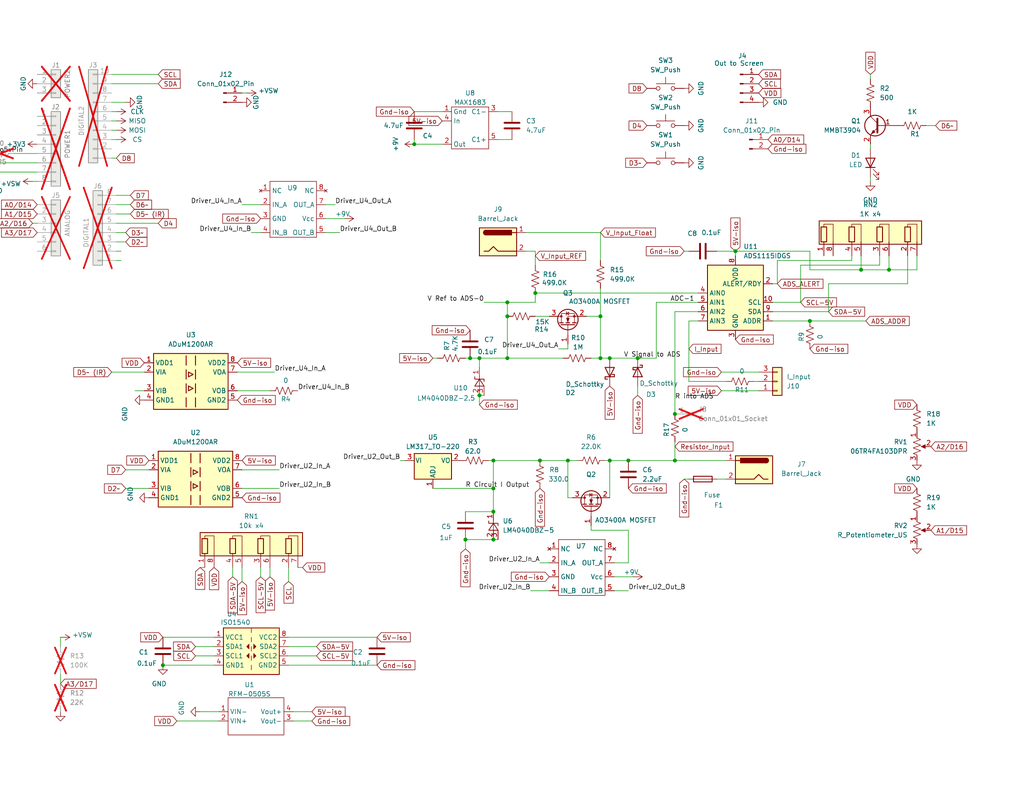
<source format=kicad_sch>
(kicad_sch (version 20250114) (generator "eeschema") (generator_version "9.0")
  (paper "USLetter")
  (title_block (title "Arduino Uno DMM Shield") (date "2025-02-22") (rev "1A") (company "Nick Mann"))
  (junction (at 163.83 97.79))
  (junction (at 127 147.32))
  (junction (at 130.81 107.95))
  (junction (at 173.99 97.79))
  (junction (at 147.32 125.73))
  (junction (at 134.62 139.7))
  (junction (at 130.81 97.79))
  (junction (at 134.62 147.32))
  (junction (at 134.62 133.35))
  (junction (at 220.98 87.63))
  (junction (at 184.15 125.73))
  (junction (at 242.57 73.66))
  (junction (at -1.27 46.99))
  (junction (at 234.95 73.66))
  (junction (at 128.27 97.79))
  (junction (at 154.94 125.73))
  (junction (at 138.43 86.36))
  (junction (at 134.62 125.73))
  (junction (at 200.66 68.58))
  (junction (at 44.45 181.61))
  (junction (at 138.43 82.55))
  (junction (at 163.83 86.36))
  (junction (at 166.37 125.73))
  (junction (at 171.45 125.73))
  (junction (at 184.15 113.03))
  (junction (at 166.37 97.79))
  (junction (at 113.03 39.37))
  (junction (at 138.43 97.79))
  (junction (at 146.05 80.01))
  (wire (pts (xy 210.82 85.09) (xy 226.06 85.09)))
  (wire (pts (xy 53.34 179.07) (xy 58.42 179.07)))
  (wire (pts (xy 81.28 154.94) (xy 82.55 154.94)))
  (wire (pts (xy 237.49 48.26) (xy 237.49 49.53)))
  (wire (pts (xy 237.49 20.32) (xy 237.49 21.59)))
  (wire (pts (xy 78.74 181.61) (xy 102.87 181.61)))
  (wire (pts (xy 44.45 181.61) (xy 58.42 181.61)))
  (wire (pts (xy 163.83 63.5) (xy 143.51 63.5)))
  (wire (pts (xy 30.48 27.94) (xy 34.29 27.94)))
  (wire (pts (xy 3.81 41.91) (xy 10.16 41.91)))
  (wire (pts (xy 220.98 68.58) (xy 220.98 73.66)))
  (wire (pts (xy 34.29 133.35) (xy 40.64 133.35)))
  (wire (pts (xy 16.51 173.99) (xy 16.51 176.53)))
  (wire (pts (xy 92.71 63.5) (xy 88.9 63.5)))
  (wire (pts (xy 146.05 68.58) (xy 143.51 68.58)))
  (wire (pts (xy 237.49 40.64) (xy 237.49 39.37)))
  (wire (pts (xy 31.75 63.5) (xy 34.29 63.5)))
  (wire (pts (xy 63.5 157.48) (xy 63.5 154.94)))
  (wire (pts (xy 73.66 154.94) (xy 73.66 157.48)))
  (wire (pts (xy 226.06 77.47) (xy 247.65 77.47)))
  (wire (pts (xy -6.35 41.91) (xy -3.81 41.91)))
  (wire (pts (xy 171.45 125.73) (xy 184.15 125.73)))
  (wire (pts (xy 10.16 44.45) (xy -1.27 44.45)))
  (wire (pts (xy 138.43 86.36) (xy 138.43 97.79)))
  (wire (pts (xy 30.48 30.48) (xy 31.75 30.48)))
  (wire (pts (xy 73.66 106.68) (xy 64.77 106.68)))
  (wire (pts (xy 127 97.79) (xy 128.27 97.79)))
  (wire (pts (xy 130.81 107.95) (xy 132.08 107.95)))
  (wire (pts (xy 161.29 144.78) (xy 161.29 143.51)))
  (wire (pts (xy 198.12 104.14) (xy 187.96 104.14)))
  (wire (pts (xy 113.03 30.48) (xy 120.65 30.48)))
  (wire (pts (xy 30.48 38.1) (xy 31.75 38.1)))
  (wire (pts (xy 212.09 77.47) (xy 210.82 77.47)))
  (wire (pts (xy 118.11 133.35) (xy 134.62 133.35)))
  (wire (pts (xy 163.83 97.79) (xy 166.37 97.79)))
  (wire (pts (xy 240.03 69.85) (xy 240.03 72.39)))
  (wire (pts (xy 130.81 110.49) (xy 130.81 107.95)))
  (wire (pts (xy 161.29 97.79) (xy 163.83 97.79)))
  (wire (pts (xy 173.99 97.79) (xy 179.07 97.79)))
  (wire (pts (xy 68.58 63.5) (xy 71.12 63.5)))
  (wire (pts (xy 78.74 179.07) (xy 86.36 179.07)))
  (wire (pts (xy 8.89 60.96) (xy 10.16 60.96)))
  (wire (pts (xy 31.75 55.88) (xy 35.56 55.88)))
  (wire (pts (xy 54.61 194.31) (xy 59.69 194.31)))
  (wire (pts (xy 36.83 106.68) (xy 39.37 106.68)))
  (wire (pts (xy 198.12 130.81) (xy 195.58 130.81)))
  (wire (pts (xy 247.65 69.85) (xy 247.65 77.47)))
  (wire (pts (xy 242.57 73.66) (xy 242.57 69.85)))
  (wire (pts (xy 30.48 101.6) (xy 39.37 101.6)))
  (wire (pts (xy 187.96 87.63) (xy 187.96 104.14)))
  (wire (pts (xy 184.15 85.09) (xy 190.5 85.09)))
  (wire (pts (xy 163.83 86.36) (xy 163.83 97.79)))
  (wire (pts (xy 134.62 133.35) (xy 134.62 139.7)))
  (wire (pts (xy 132.08 82.55) (xy 138.43 82.55)))
  (wire (pts (xy 80.01 194.31) (xy 85.09 194.31)))
  (wire (pts (xy 200.66 68.58) (xy 200.66 69.85)))
  (wire (pts (xy 138.43 97.79) (xy 153.67 97.79)))
  (wire (pts (xy 130.81 100.33) (xy 130.81 97.79)))
  (wire (pts (xy 31.75 68.58) (xy 33.02 68.58)))
  (wire (pts (xy 113.03 38.1) (xy 113.03 39.37)))
  (wire (pts (xy 138.43 82.55) (xy 138.43 86.36)))
  (wire (pts (xy 184.15 120.65) (xy 184.15 125.73)))
  (wire (pts (xy 144.78 161.29) (xy 149.86 161.29)))
  (wire (pts (xy 173.99 105.41) (xy 173.99 107.95)))
  (wire (pts (xy 109.22 125.73) (xy 110.49 125.73)))
  (wire (pts (xy 146.05 80.01) (xy 190.5 80.01)))
  (wire (pts (xy 250.19 69.85) (xy 250.19 73.66)))
  (wire (pts (xy 184.15 85.09) (xy 184.15 113.03)))
  (wire (pts (xy 200.66 68.58) (xy 195.58 68.58)))
  (wire (pts (xy 31.75 66.04) (xy 34.29 66.04)))
  (wire (pts (xy 78.74 173.99) (xy 102.87 173.99)))
  (wire (pts (xy 147.32 153.67) (xy 149.86 153.67)))
  (wire (pts (xy 88.9 55.88) (xy 91.44 55.88)))
  (wire (pts (xy 186.69 130.81) (xy 187.96 130.81)))
  (wire (pts (xy 242.57 73.66) (xy 250.19 73.66)))
  (wire (pts (xy 166.37 125.73) (xy 171.45 125.73)))
  (wire (pts (xy 154.94 125.73) (xy 154.94 135.89)))
  (wire (pts (xy 154.94 95.25) (xy 154.94 93.98)))
  (wire (pts (xy 8.89 49.53) (xy 10.16 49.53)))
  (wire (pts (xy 146.05 86.36) (xy 149.86 86.36)))
  (wire (pts (xy 135.89 30.48) (xy 139.7 30.48)))
  (wire (pts (xy 252.73 34.29) (xy 255.27 34.29)))
  (wire (pts (xy 113.03 39.37) (xy 120.65 39.37)))
  (wire (pts (xy 135.89 38.1) (xy 139.7 38.1)))
  (wire (pts (xy 127 139.7) (xy 134.62 139.7)))
  (wire (pts (xy 207.01 104.14) (xy 205.74 104.14)))
  (wire (pts (xy 78.74 154.94) (xy 78.74 158.75)))
  (wire (pts (xy 30.48 22.86) (xy 43.18 22.86)))
  (wire (pts (xy 119.38 97.79) (xy 118.11 97.79)))
  (wire (pts (xy 187.96 68.58) (xy 186.69 68.58)))
  (wire (pts (xy 31.75 60.96) (xy 43.18 60.96)))
  (wire (pts (xy 16.51 184.15) (xy 16.51 186.69)))
  (wire (pts (xy 187.96 87.63) (xy 190.5 87.63)))
  (wire (pts (xy 130.81 97.79) (xy 128.27 97.79)))
  (wire (pts (xy 154.94 125.73) (xy 147.32 125.73)))
  (wire (pts (xy 31.75 58.42) (xy 35.56 58.42)))
  (wire (pts (xy 80.01 196.85) (xy 85.09 196.85)))
  (wire (pts (xy 212.09 71.12) (xy 232.41 71.12)))
  (wire (pts (xy 31.75 71.12) (xy 33.02 71.12)))
  (wire (pts (xy 154.94 125.73) (xy 157.48 125.73)))
  (wire (pts (xy 207.01 106.68) (xy 196.85 106.68)))
  (wire (pts (xy 179.07 82.55) (xy 179.07 97.79)))
  (wire (pts (xy 66.04 25.4) (xy 67.31 25.4)))
  (wire (pts (xy -1.27 46.99) (xy -1.27 48.26)))
  (wire (pts (xy 66.04 55.88) (xy 71.12 55.88)))
  (wire (pts (xy 134.62 125.73) (xy 147.32 125.73)))
  (wire (pts (xy 66.04 154.94) (xy 66.04 158.75)))
  (wire (pts (xy 30.48 33.02) (xy 31.75 33.02)))
  (wire (pts (xy 138.43 82.55) (xy 146.05 82.55)))
  (wire (pts (xy 218.44 72.39) (xy 240.03 72.39)))
  (wire (pts (xy 76.2 128.27) (xy 66.04 128.27)))
  (wire (pts (xy 163.83 63.5) (xy 163.83 71.12)))
  (wire (pts (xy 160.02 86.36) (xy 163.83 86.36)))
  (wire (pts (xy 210.82 87.63) (xy 220.98 87.63)))
  (wire (pts (xy 165.1 125.73) (xy 166.37 125.73)))
  (wire (pts (xy 146.05 80.01) (xy 146.05 82.55)))
  (wire (pts (xy 220.98 73.66) (xy 234.95 73.66)))
  (wire (pts (xy 226.06 77.47) (xy 226.06 85.09)))
  (wire (pts (xy 220.98 87.63) (xy 236.22 87.63)))
  (wire (pts (xy 161.29 144.78) (xy 171.45 144.78)))
  (wire (pts (xy 71.12 157.48) (xy 71.12 154.94)))
  (wire (pts (xy 48.26 196.85) (xy 59.69 196.85)))
  (wire (pts (xy 207.01 101.6) (xy 196.85 101.6)))
  (wire (pts (xy 127 147.32) (xy 134.62 147.32)))
  (wire (pts (xy 54.61 154.94) (xy 55.88 154.94)))
  (wire (pts (xy 212.09 71.12) (xy 212.09 77.47)))
  (wire (pts (xy 234.95 69.85) (xy 234.95 73.66)))
  (wire (pts (xy 171.45 144.78) (xy 171.45 153.67)))
  (wire (pts (xy 34.29 128.27) (xy 40.64 128.27)))
  (wire (pts (xy 154.94 135.89) (xy 156.21 135.89)))
  (wire (pts (xy 44.45 173.99) (xy 58.42 173.99)))
  (wire (pts (xy 166.37 97.79) (xy 173.99 97.79)))
  (wire (pts (xy 166.37 125.73) (xy 166.37 135.89)))
  (wire (pts (xy 179.07 82.55) (xy 190.5 82.55)))
  (wire (pts (xy 146.05 68.58) (xy 146.05 72.39)))
  (wire (pts (xy 30.48 20.32) (xy 43.18 20.32)))
  (wire (pts (xy 74.93 101.6) (xy 64.77 101.6)))
  (wire (pts (xy 134.62 133.35) (xy 134.62 125.73)))
  (wire (pts (xy 171.45 161.29) (xy 167.64 161.29)))
  (wire (pts (xy 172.72 157.48) (xy 167.64 157.48)))
  (wire (pts (xy 171.45 153.67) (xy 167.64 153.67)))
  (wire (pts (xy 200.66 68.58) (xy 220.98 68.58)))
  (wire (pts (xy 31.75 53.34) (xy 35.56 53.34)))
  (wire (pts (xy 218.44 72.39) (xy 218.44 82.55)))
  (wire (pts (xy 30.48 43.18) (xy 31.75 43.18)))
  (wire (pts (xy -1.27 44.45) (xy -1.27 46.99)))
  (wire (pts (xy 232.41 71.12) (xy 232.41 69.85)))
  (wire (pts (xy 53.34 176.53) (xy 58.42 176.53)))
  (wire (pts (xy 30.48 35.56) (xy 31.75 35.56)))
  (wire (pts (xy 163.83 78.74) (xy 163.83 86.36)))
  (wire (pts (xy 184.15 125.73) (xy 198.12 125.73)))
  (wire (pts (xy 130.81 97.79) (xy 138.43 97.79)))
  (wire (pts (xy 76.2 133.35) (xy 66.04 133.35)))
  (wire (pts (xy 93.98 59.69) (xy 88.9 59.69)))
  (wire (pts (xy 134.62 147.32) (xy 135.89 147.32)))
  (wire (pts (xy -1.27 46.99) (xy 10.16 46.99)))
  (wire (pts (xy 210.82 82.55) (xy 218.44 82.55)))
  (wire (pts (xy 127 149.86) (xy 127 147.32)))
  (wire (pts (xy 234.95 73.66) (xy 242.57 73.66)))
  (wire (pts (xy 78.74 176.53) (xy 86.36 176.53)))
  (wire (pts (xy 152.4 95.25) (xy 154.94 95.25)))
  (wire (pts (xy 134.62 125.73) (xy 133.35 125.73)))
  (label "R Circuit I Output" (at 127 133.35 0))
  (label "Driver_U4_Out_A" (at 91.44 55.88 0))
  (label "Driver_U2_Out_B" (at 109.22 125.73 180))
  (label "Driver_U2_In_A" (at 147.32 153.67 180))
  (label "V Ref to ADS-0" (at 132.08 82.55 180))
  (label "Driver_U4_In_B" (at 81.28 106.68 0))
  (label "Driver_U4_Out_B" (at 92.71 63.5 0))
  (label "V Signal to ADS" (at 170.18 97.79 0))
  (label "R into ADS" (at 184.15 109.22 0))
  (label "Driver_U2_Out_B" (at 171.45 161.29 0))
  (label "Driver_U4_In_A" (at 66.04 55.88 180))
  (label "Driver_U2_In_B" (at 144.78 161.29 180))
  (label "ADC-1" (at 182.88 82.55 0))
  (label "Driver_U4_In_A" (at 74.93 101.6 0))
  (label "Driver_U4_In_B" (at 68.58 63.5 180))
  (label "Driver_U2_In_B" (at 76.2 133.35 0))
  (label "Driver_U4_Out_A" (at 152.4 95.25 180))
  (label "Uno5vPin" (at 6.35 41.91 180))
  (label "Driver_U2_In_A" (at 76.2 128.27 0))
  (global_label "5V-iso" (shape input) (at 166.37 105.41 270) (property "Intersheetrefs" "${INTERSHEET_REFS}" (effects (hide yes))))
  (global_label "SDA-5V" (shape input) (at 63.5 157.48 270) (property "Intersheetrefs" "${INTERSHEET_REFS}" (effects (hide yes))))
  (global_label "I_Input" (shape input) (at 187.96 95.25 0) (property "Intersheetrefs" "${INTERSHEET_REFS}" (effects (hide yes))))
  (global_label "Gnd-iso" (shape input) (at 186.69 68.58 180) (property "Intersheetrefs" "${INTERSHEET_REFS}" (effects (hide yes))))
  (global_label "VDD" (shape input) (at 207.01 25.4 0) (property "Intersheetrefs" "${INTERSHEET_REFS}" (effects (hide yes))))
  (global_label "5V-iso" (shape input) (at 66.04 158.75 270) (property "Intersheetrefs" "${INTERSHEET_REFS}" (effects (hide yes))))
  (global_label "Gnd-iso" (shape input) (at 149.86 157.48 180) (property "Intersheetrefs" "${INTERSHEET_REFS}" (effects (hide yes))))
  (global_label "D8" (shape input) (at 31.75 43.18 0) (property "Intersheetrefs" "${INTERSHEET_REFS}" (effects (hide yes))))
  (global_label "ADS_ALERT" (shape input) (at 212.09 77.47 0) (property "Intersheetrefs" "${INTERSHEET_REFS}" (effects (hide yes))))
  (global_label "Gnd-iso" (shape input) (at 171.45 133.35 0) (property "Intersheetrefs" "${INTERSHEET_REFS}" (effects (hide yes))))
  (global_label "Gnd-iso" (shape input) (at 220.98 95.25 0) (property "Intersheetrefs" "${INTERSHEET_REFS}" (effects (hide yes))))
  (global_label "VDD" (shape input) (at 250.19 133.35 180) (property "Intersheetrefs" "${INTERSHEET_REFS}" (effects (hide yes))))
  (global_label "D6~" (shape input) (at 35.56 55.88 0) (property "Intersheetrefs" "${INTERSHEET_REFS}" (effects (hide yes))))
  (global_label "D3~" (shape input) (at 34.29 63.5 0) (property "Intersheetrefs" "${INTERSHEET_REFS}" (effects (hide yes))))
  (global_label "VDD" (shape input) (at 58.42 154.94 270) (property "Intersheetrefs" "${INTERSHEET_REFS}" (effects (hide yes))))
  (global_label "A1{slash}D15" (shape input) (at 10.16 58.42 180) (property "Intersheetrefs" "${INTERSHEET_REFS}" (effects (hide yes))))
  (global_label "SCL" (shape input) (at 207.01 22.86 0) (property "Intersheetrefs" "${INTERSHEET_REFS}" (effects (hide yes))))
  (global_label "A2{slash}D16" (shape input) (at 8.89 60.96 180) (property "Intersheetrefs" "${INTERSHEET_REFS}" (effects (hide yes))))
  (global_label "A0{slash}D14" (shape input) (at 10.16 55.88 180) (property "Intersheetrefs" "${INTERSHEET_REFS}" (effects (hide yes))))
  (global_label "Gnd-iso" (shape input) (at 102.87 181.61 0) (property "Intersheetrefs" "${INTERSHEET_REFS}" (effects (hide yes))))
  (global_label "SCL" (shape input) (at 43.18 20.32 0) (property "Intersheetrefs" "${INTERSHEET_REFS}" (effects (hide yes))))
  (global_label "Gnd-iso" (shape input) (at 71.12 59.69 180) (property "Intersheetrefs" "${INTERSHEET_REFS}" (effects (hide yes))))
  (global_label "D6~" (shape input) (at 255.27 34.29 0) (property "Intersheetrefs" "${INTERSHEET_REFS}" (effects (hide yes))))
  (global_label "VDD" (shape input) (at 39.37 99.06 180) (property "Intersheetrefs" "${INTERSHEET_REFS}" (effects (hide yes))))
  (global_label "VDD" (shape input) (at 40.64 125.73 180) (property "Intersheetrefs" "${INTERSHEET_REFS}" (effects (hide yes))))
  (global_label "A3{slash}D17" (shape input) (at 10.16 63.5 180) (property "Intersheetrefs" "${INTERSHEET_REFS}" (effects (hide yes))))
  (global_label "SCL" (shape input) (at 53.34 179.07 180) (property "Intersheetrefs" "${INTERSHEET_REFS}" (effects (hide yes))))
  (global_label "5V-iso" (shape input) (at 200.66 68.58 90) (property "Intersheetrefs" "${INTERSHEET_REFS}" (effects (hide yes))))
  (global_label "SCL" (shape input) (at 78.74 158.75 270) (property "Intersheetrefs" "${INTERSHEET_REFS}" (effects (hide yes))))
  (global_label "D7" (shape input) (at 35.56 53.34 0) (property "Intersheetrefs" "${INTERSHEET_REFS}" (effects (hide yes))))
  (global_label "Resistor_Input" (shape input) (at 184.15 121.92 0) (property "Intersheetrefs" "${INTERSHEET_REFS}" (effects (hide yes))))
  (global_label "V_Input_Float" (shape input) (at 163.83 63.5 0) (property "Intersheetrefs" "${INTERSHEET_REFS}" (effects (hide yes))))
  (global_label "Gnd-iso" (shape input) (at 113.03 30.48 180) (property "Intersheetrefs" "${INTERSHEET_REFS}" (effects (hide yes))))
  (global_label "SDA" (shape input) (at 207.01 20.32 0) (property "Intersheetrefs" "${INTERSHEET_REFS}" (effects (hide yes))))
  (global_label "5V-iso" (shape input) (at 102.87 173.99 0) (property "Intersheetrefs" "${INTERSHEET_REFS}" (effects (hide yes))))
  (global_label "A3{slash}D17" (shape input) (at 16.51 186.69 0) (property "Intersheetrefs" "${INTERSHEET_REFS}" (effects (hide yes))))
  (global_label "D2~" (shape input) (at 34.29 66.04 0) (property "Intersheetrefs" "${INTERSHEET_REFS}" (effects (hide yes))))
  (global_label "D5~ (IR)" (shape input) (at 35.56 58.42 0) (property "Intersheetrefs" "${INTERSHEET_REFS}" (effects (hide yes))))
  (global_label "D3~" (shape input) (at 176.53 44.45 180) (property "Intersheetrefs" "${INTERSHEET_REFS}" (effects (hide yes))))
  (global_label "D4" (shape input) (at 43.18 60.96 0) (property "Intersheetrefs" "${INTERSHEET_REFS}" (effects (hide yes))))
  (global_label "Gnd-iso" (shape input) (at 85.09 196.85 0) (property "Intersheetrefs" "${INTERSHEET_REFS}" (effects (hide yes))))
  (global_label "VDD" (shape input) (at 237.49 20.32 90) (property "Intersheetrefs" "${INTERSHEET_REFS}" (effects (hide yes))))
  (global_label "Gnd-iso" (shape input) (at 173.99 107.95 270) (property "Intersheetrefs" "${INTERSHEET_REFS}" (effects (hide yes))))
  (global_label "Gnd-iso" (shape input) (at 130.81 110.49 0) (property "Intersheetrefs" "${INTERSHEET_REFS}" (effects (hide yes))))
  (global_label "SDA-5V" (shape input) (at 86.36 176.53 0) (property "Intersheetrefs" "${INTERSHEET_REFS}" (effects (hide yes))))
  (global_label "D7" (shape input) (at 34.29 128.27 180) (property "Intersheetrefs" "${INTERSHEET_REFS}" (effects (hide yes))))
  (global_label "5V-iso" (shape input) (at 196.85 106.68 180) (property "Intersheetrefs" "${INTERSHEET_REFS}" (effects (hide yes))))
  (global_label "A2{slash}D16" (shape input) (at 254 121.92 0) (property "Intersheetrefs" "${INTERSHEET_REFS}" (effects (hide yes))))
  (global_label "D5~ (IR)" (shape input) (at 30.48 101.6 180) (property "Intersheetrefs" "${INTERSHEET_REFS}" (effects (hide yes))))
  (global_label "V_Input_REF" (shape input) (at 146.05 69.85 0) (property "Intersheetrefs" "${INTERSHEET_REFS}" (effects (hide yes))))
  (global_label "Gnd-iso" (shape input) (at 64.77 109.22 0) (property "Intersheetrefs" "${INTERSHEET_REFS}" (effects (hide yes))))
  (global_label "VDD" (shape input) (at 44.45 173.99 180) (property "Intersheetrefs" "${INTERSHEET_REFS}" (effects (hide yes))))
  (global_label "ADS_ADDR" (shape input) (at 236.22 87.63 0) (property "Intersheetrefs" "${INTERSHEET_REFS}" (effects (hide yes))))
  (global_label "SDA" (shape input) (at 54.61 154.94 270) (property "Intersheetrefs" "${INTERSHEET_REFS}" (effects (hide yes))))
  (global_label "VDD" (shape input) (at 250.19 110.49 180) (property "Intersheetrefs" "${INTERSHEET_REFS}" (effects (hide yes))))
  (global_label "D8" (shape input) (at 176.53 24.13 180) (property "Intersheetrefs" "${INTERSHEET_REFS}" (effects (hide yes))))
  (global_label "VDD" (shape input) (at 48.26 196.85 180) (property "Intersheetrefs" "${INTERSHEET_REFS}" (effects (hide yes))))
  (global_label "5V-iso" (shape input) (at 118.11 97.79 180) (property "Intersheetrefs" "${INTERSHEET_REFS}" (effects (hide yes))))
  (global_label "Gnd-iso" (shape input) (at 128.27 90.17 180) (property "Intersheetrefs" "${INTERSHEET_REFS}" (effects (hide yes))))
  (global_label "A0{slash}D14" (shape input) (at 209.55 38.1 0) (property "Intersheetrefs" "${INTERSHEET_REFS}" (effects (hide yes))))
  (global_label "D4" (shape input) (at 176.53 34.29 180) (property "Intersheetrefs" "${INTERSHEET_REFS}" (effects (hide yes))))
  (global_label "5V-iso" (shape input) (at 66.04 125.73 0) (property "Intersheetrefs" "${INTERSHEET_REFS}" (effects (hide yes))))
  (global_label "SCL-5V" (shape input) (at 86.36 179.07 0) (property "Intersheetrefs" "${INTERSHEET_REFS}" (effects (hide yes))))
  (global_label "Gnd-iso" (shape input) (at 200.66 92.71 0) (property "Intersheetrefs" "${INTERSHEET_REFS}" (effects (hide yes))))
  (global_label "Gnd-iso" (shape input) (at 147.32 133.35 270) (property "Intersheetrefs" "${INTERSHEET_REFS}" (effects (hide yes))))
  (global_label "VDD" (shape input) (at 82.55 154.94 0) (property "Intersheetrefs" "${INTERSHEET_REFS}" (effects (hide yes))))
  (global_label "Gnd-iso" (shape input) (at 66.04 135.89 0) (property "Intersheetrefs" "${INTERSHEET_REFS}" (effects (hide yes))))
  (global_label "5V-iso" (shape input) (at 73.66 157.48 270) (property "Intersheetrefs" "${INTERSHEET_REFS}" (effects (hide yes))))
  (global_label "Gnd-iso" (shape input) (at 209.55 40.64 0) (property "Intersheetrefs" "${INTERSHEET_REFS}" (effects (hide yes))))
  (global_label "SDA" (shape input) (at 43.18 22.86 0) (property "Intersheetrefs" "${INTERSHEET_REFS}" (effects (hide yes))))
  (global_label "SCL-5V" (shape input) (at 71.12 157.48 270) (property "Intersheetrefs" "${INTERSHEET_REFS}" (effects (hide yes))))
  (global_label "Gnd-iso" (shape input) (at 196.85 101.6 180) (property "Intersheetrefs" "${INTERSHEET_REFS}" (effects (hide yes))))
  (global_label "5V-iso" (shape input) (at 120.65 33.02 180) (property "Intersheetrefs" "${INTERSHEET_REFS}" (effects (hide yes))))
  (global_label "D2~" (shape input) (at 34.29 133.35 180) (property "Intersheetrefs" "${INTERSHEET_REFS}" (effects (hide yes))))
  (global_label "SCL-5V" (shape input) (at 218.44 82.55 0) (property "Intersheetrefs" "${INTERSHEET_REFS}" (effects (hide yes))))
  (global_label "SDA" (shape input) (at 53.34 176.53 180) (property "Intersheetrefs" "${INTERSHEET_REFS}" (effects (hide yes))))
  (global_label "A1{slash}D15" (shape input) (at 254 144.78 0) (property "Intersheetrefs" "${INTERSHEET_REFS}" (effects (hide yes))))
  (global_label "Gnd-iso" (shape input) (at 186.69 130.81 270) (property "Intersheetrefs" "${INTERSHEET_REFS}" (effects (hide yes))))
  (global_label "5V-iso" (shape input) (at 85.09 194.31 0) (property "Intersheetrefs" "${INTERSHEET_REFS}" (effects (hide yes))))
  (global_label "SDA-5V" (shape input) (at 226.06 85.09 0) (property "Intersheetrefs" "${INTERSHEET_REFS}" (effects (hide yes))))
  (global_label "Gnd-iso" (shape input) (at 127 149.86 270) (property "Intersheetrefs" "${INTERSHEET_REFS}" (effects (hide yes))))
  (global_label "5V-iso" (shape input) (at 64.77 99.06 0) (property "Intersheetrefs" "${INTERSHEET_REFS}" (effects (hide yes))))
  (symbol (lib_id "Device:C") (at 113.03 34.29 0) (unit 1)
    (property "Reference" "C4" (at 115.316 37.084 0) (effects (justify left)))
    (property "Value" "4.7uF" (at 104.648 34.29 0) (effects (justify left)))
    (property "Footprint" "Capacitor_SMD:C_0805_2012Metric_Pad1.18x1.45mm_HandSolder" (effects (hide yes)))
    (property "Description" "Unpolarized capacitor" (effects (hide yes)))
    (property "Function" "Charge Pump" (effects (hide yes)))
  )
  (symbol (lib_id "CustomAdded:RFM_0505") (at 60.96 189.23 0) (unit 1)
    (property "Reference" "U1" (at 68.072 186.944 0))
    (property "Value" "RFM-0505S" (at 68.072 189.484 0))
    (property "Footprint" "Converter_DCDC:Converter_DCDC_TRACO_TEA1-xxxx_THT" (effects (hide yes)))
  )
  (symbol (lib_id "power:+9V") (at 113.03 39.37 90) (unit 1)
    (property "Reference" "#PWR018" (effects (hide yes)))
    (property "Value" "+9V" (at 107.95 39.37 0))
    (property "Description" "Power symbol creates a global label with name \"+9V\"" (effects (hide yes)))
  )
  (symbol (lib_id "Device:R_Potentiometer_US") (at 250.19 144.78 0) (unit 1)
    (property "Reference" "RV2" (at 247.65 143.5099 0) (effects (justify right)))
    (property "Value" "R_Potentiometer_US" (at 247.65 146.0499 0) (effects (justify right)))
    (property "Footprint" "Potentiometer_SMD:Potentiometer_ACP_CA6-VSMD_Vertical" (effects (hide yes)))
    (property "Description" "Potentiometer, US symbol" (effects (hide yes)))
  )
  (symbol (lib_id "Transistor_FET:DMG2302U") (at 154.94 88.9 90) (unit 1)
    (property "Reference" "Q3" (at 154.94 80.01 90))
    (property "Value" "AO3400A MOSFET" (at 163.576 82.296 90))
    (property "Footprint" "Package_TO_SOT_SMD:SOT-23" (effects (hide yes)))
    (property "Datasheet" "http://www.diodes.com/assets/Datasheets/DMG2302U.pdf" (effects (hide yes)))
    (property "Description" "4.2A Id, 20V Vds, N-Channel MOSFET, SOT-23" (effects (hide yes)))
    (property "Function" "R Circuit Range Switch" (effects (hide yes)))
  )
  (symbol (lib_id "Transistor_FET:DMG2302U") (at 161.29 138.43 90) (unit 1)
    (property "Reference" "Q2" (at 161.29 129.54 90))
    (property "Value" "AO3400A MOSFET" (at 170.688 141.986 90))
    (property "Footprint" "Package_TO_SOT_SMD:SOT-23" (effects (hide yes)))
    (property "Datasheet" "http://www.diodes.com/assets/Datasheets/DMG2302U.pdf" (effects (hide yes)))
    (property "Description" "4.2A Id, 20V Vds, N-Channel MOSFET, SOT-23" (effects (hide yes)))
    (property "Function" "R Circuit Range Switch" (effects (hide yes)))
  )
  (symbol (lib_id "Device:R_US") (at 250.19 114.3 180) (unit 1)
    (property "Reference" "R18" (at 252.73 113.0299 0) (effects (justify right)))
    (property "Value" "1K" (at 252.73 115.5699 0) (effects (justify right)))
    (property "Footprint" "Resistor_SMD:R_0805_2012Metric_Pad1.20x1.40mm_HandSolder" (effects (hide yes)))
    (property "Description" "Resistor, US symbol" (effects (hide yes)))
    (property "Function" "R Circuit Divider" (effects (hide yes)))
  )
  (symbol (lib_id "power:+3.3V") (at 10.16 39.37 90) (unit 1)
    (property "Reference" "#PWR05" (effects (hide yes)))
    (property "Value" "+3V3" (at 4.445 39.37 90))
  )
  (symbol (lib_id "Device:R_US") (at 0 41.91 90) (unit 1) (dnp yes)
    (property "Reference" "R5" (at 0.508 44.196 90))
    (property "Value" "0" (at 0.508 39.116 90))
    (property "Footprint" "Resistor_SMD:R_0805_2012Metric_Pad1.20x1.40mm_HandSolder" (effects (hide yes)))
    (property "Description" "Resistor, US symbol" (effects (hide yes)))
    (property "Function" "BJTCurrentLimit1" (effects (hide yes)))
  )
  (symbol (lib_id "Analog_ADC:ADS1115IDGS") (at 200.66 82.55 0) (unit 1)
    (property "Reference" "U11" (at 202.8541 67.31 0) (effects (justify left)))
    (property "Value" "ADS1115IDGS" (at 202.8541 69.85 0) (effects (justify left)))
    (property "Footprint" "Package_SO:TSSOP-10_3x3mm_P0.5mm" (effects (hide yes)))
    (property "Datasheet" "http://www.ti.com/lit/ds/symlink/ads1113.pdf" (effects (hide yes)))
    (property "Description" "Ultra-Small, Low-Power, I2C-Compatible, 860-SPS, 16-Bit ADCs With Internal Reference, Oscillator, and Programmable Comparator, VSSOP-10" (effects (hide yes)))
    (property "ValueTemp" "ADS1115IDGS" (effects (hide yes)))
  )
  (symbol (lib_id "Device:Fuse") (at 191.77 130.81 270) (mirror x) (unit 1)
    (property "Reference" "F1" (at 196.088 137.922 90))
    (property "Value" "Fuse" (at 194.31 135.128 90))
    (property "Footprint" "Fuse:Fuse_1206_3216Metric_Pad1.42x1.75mm_HandSolder" (effects (hide yes)))
    (property "Description" "Fuse" (effects (hide yes)))
    (property "Function" "Dead Short Protection" (effects (hide yes)))
  )
  (symbol (lib_id "Connector_Generic:Conn_01x10") (at 25.4 33.02 180) (unit 1) (dnp yes)
    (property "Reference" "J3" (at 25.4 17.78 0))
    (property "Value" "DIGITAL2" (at 22.225 33.02 90))
    (property "Footprint" "Connector_PinHeader_2.54mm:PinHeader_1x10_P2.54mm_Vertical" (effects (hide yes)))
    (property "ValueTemp" "DIGITAL2" (effects (hide yes)))
  )
  (symbol (lib_id "Reference_Voltage:LM4040DBZ-5") (at 134.62 143.51 90) (unit 1)
    (property "Reference" "U6" (at 137.16 142.2399 90) (effects (justify right)))
    (property "Value" "LM4040DBZ-5" (at 137.16 144.7799 90) (effects (justify right)))
    (property "Footprint" "Package_TO_SOT_SMD:SOT-23" (effects (hide yes)))
    (property "Datasheet" "http://www.ti.com/lit/ds/symlink/lm4040-n.pdf" (effects (hide yes)))
    (property "Description" "5.000V Precision Micropower Shunt Voltage Reference, SOT-23" (effects (hide yes)))
    (property "Function" "R Circuit Reference" (effects (hide yes)))
  )
  (symbol (lib_id "power:+3.3V") (at 31.75 35.56 270) (unit 1)
    (property "Reference" "#PWR010" (effects (hide yes)))
    (property "Value" "MOSI" (at 37.465 35.56 90))
  )
  (symbol (lib_id "power:GND") (at -1.27 48.26 0) (unit 1)
    (property "Reference" "#PWR02" (effects (hide yes)))
    (property "Value" "GND" (at -1.27 52.07 0))
  )
  (symbol (lib_id "power:+VSW") (at 8.89 49.53 90) (unit 1)
    (property "Reference" "#PWR03" (effects (hide yes)))
    (property "Value" "+VSW" (at 5.715 50.165 90) (effects (justify left)))
  )
  (symbol (lib_id "Device:R_US") (at 163.83 74.93 0) (unit 1)
    (property "Reference" "R15" (at 166.37 73.6599 0) (effects (justify left)))
    (property "Value" "499.0K" (at 166.37 76.1999 0) (effects (justify left)))
    (property "Footprint" "Resistor_SMD:R_0805_2012Metric_Pad1.20x1.40mm_HandSolder" (effects (hide yes)))
    (property "Description" "Resistor, US symbol" (effects (hide yes)))
    (property "ValueTemp" "75K" (effects (hide yes)))
    (property "Function" "V Signal Divider" (effects (hide yes)))
  )
  (symbol (lib_id "Device:R_US") (at 123.19 97.79 90) (unit 1)
    (property "Reference" "R7" (at 121.92 95.758 0) (effects (justify left)))
    (property "Value" "4.7K" (at 124.206 96.012 0) (effects (justify left)))
    (property "Footprint" "Resistor_SMD:R_0805_2012Metric_Pad1.20x1.40mm_HandSolder" (effects (hide yes)))
    (property "Description" "Resistor, US symbol" (effects (hide yes)))
    (property "ValueTemp" "5K" (effects (hide yes)))
    (property "Function" "Current Limit" (effects (hide yes)))
  )
  (symbol (lib_id "Connector:Conn_01x04_Pin") (at 201.93 22.86 0) (unit 1)
    (property "Reference" "J4" (at 202.565 15.24 0))
    (property "Value" "Out to Screen" (at 201.676 17.272 0))
    (property "Footprint" "Connector_PinSocket_2.54mm:PinSocket_1x04_P2.54mm_Vertical" (effects (hide yes)))
    (property "Description" "Generic connector, single row, 01x04, script generated" (effects (hide yes)))
    (property "ValueTemp" "Out to Screen" (effects (hide yes)))
  )
  (symbol (lib_id "Device:D_Schottky") (at 173.99 101.6 270) (unit 1)
    (property "Reference" "D3" (at 176.276 107.696 90) (effects (justify left)))
    (property "Value" "D_Schottky" (at 174.498 104.648 90) (effects (justify left)))
    (property "Footprint" "Diode_SMD:D_SOD-123" (effects (hide yes)))
    (property "Description" "Schottky diode" (effects (hide yes)))
    (property "Function" "Overvoltage Proection" (effects (hide yes)))
  )
  (symbol (lib_id "Switch:SW_Push") (at 181.61 44.45 0) (unit 1)
    (property "Reference" "SW1" (at 181.61 36.83 0))
    (property "Value" "SW_Push" (at 181.61 39.37 0))
    (property "Footprint" "Button_Switch_SMD:SW_SPST_CK_RS282G05A3" (effects (hide yes)))
    (property "Description" "Push button switch, generic, two pins" (effects (hide yes)))
    (property "ValueTemp" "SW_Push" (effects (hide yes)))
  )
  (symbol (lib_id "power:GND") (at 54.61 194.31 270) (unit 1)
    (property "Reference" "#PWR016" (effects (hide yes)))
    (property "Value" "GND" (at 49.53 193.294 0))
    (property "Description" "Power symbol creates a global label with name \"GND\" , ground" (effects (hide yes)))
  )
  (symbol (lib_id "power:GND") (at 186.69 44.45 90) (unit 1)
    (property "Reference" "#PWR022" (effects (hide yes)))
    (property "Value" "GND" (at 191.262 44.45 0))
    (property "Description" "Power symbol creates a global label with name \"GND\" , ground" (effects (hide yes)))
  )
  (symbol (lib_id "Connector_Generic:Conn_01x06") (at 15.24 60.96 0) (unit 1) (dnp yes)
    (property "Reference" "J5" (at 15.24 53.34 0))
    (property "Value" "ANALOG" (at 18.415 60.96 90))
    (property "Footprint" "Connector_PinHeader_2.54mm:PinHeader_1x06_P2.54mm_Vertical" (effects (hide yes)))
    (property "ValueTemp" "ANALOG" (effects (hide yes)))
  )
  (symbol (lib_id "Isolator:ADuM1200AR") (at 52.07 104.14 0) (unit 1)
    (property "Reference" "U3" (at 52.07 91.44 0))
    (property "Value" "ADuM1200AR" (at 52.07 93.98 0))
    (property "Footprint" "Package_SO:SOIC-8_3.9x4.9mm_P1.27mm" (effects (hide yes)))
    (property "Datasheet" "https://www.analog.com/media/en/technical-documentation/data-sheets/ADuM1200_1201.pdf" (effects (hide yes)))
    (property "Description" "Dual-channel digital isolator, Bidirectional communication, 3V/5V level translation, SOIC-8" (effects (hide yes)))
  )
  (symbol (lib_id "Device:R_Pack04_SIP") (at 237.49 64.77 0) (unit 1)
    (property "Reference" "RN2" (at 237.49 55.88 0))
    (property "Value" "1K x4" (at 237.49 58.42 0))
    (property "Footprint" "Library:RESCAXS127P508X320X70-8N" (effects (hide yes)))
    (property "Datasheet" "http://www.vishay.com/docs/31509/csc.pdf" (effects (hide yes)))
    (property "Description" "4 resistor network, parallel topology, SIP package" (effects (hide yes)))
  )
  (symbol (lib_id "MIC4801:MAX1683") (at 121.92 35.56 0) (unit 1)
    (property "Reference" "U8" (at 128.27 25.4 0))
    (property "Value" "MAX1683" (at 128.27 27.94 0))
    (property "Footprint" "Package_TO_SOT_SMD:SOT-23-5_HandSoldering" (effects (hide yes)))
    (property "Datasheet" "https://www.analog.com/media/en/technical-documentation/data-sheets/MAX1682-MAX1683.pdf" (effects (hide yes)))
    (property "Description" "IC REG CHARGE PUMP 2VIN SOT23-5" (effects (hide yes)))
    (property "Function" "Voltage Doubler" (effects (hide yes)))
  )
  (symbol (lib_id "power:+VSW") (at 16.51 173.99 270) (unit 1)
    (property "Reference" "#PWR06" (effects (hide yes)))
    (property "Value" "+VSW" (at 19.685 173.355 90) (effects (justify left)))
  )
  (symbol (lib_id "Device:R_US") (at 220.98 91.44 0) (unit 1)
    (property "Reference" "R9" (at 218.694 91.948 90))
    (property "Value" "0" (at 223.774 91.948 90))
    (property "Footprint" "Resistor_SMD:R_0805_2012Metric_Pad1.20x1.40mm_HandSolder" (effects (hide yes)))
    (property "Description" "Resistor, US symbol" (effects (hide yes)))
    (property "Function" "BJTCurrentLimit1" (effects (hide yes)))
  )
  (symbol (lib_id "power:GND") (at 207.01 27.94 90) (unit 1)
    (property "Reference" "#PWR023" (effects (hide yes)))
    (property "Value" "GND" (at 210.82 27.9399 90) (effects (justify right)))
    (property "Description" "Power symbol creates a global label with name \"GND\" , ground" (effects (hide yes)))
  )
  (symbol (lib_id "Connector:Barrel_Jack") (at 135.89 66.04 0) (unit 1)
    (property "Reference" "J9" (at 135.89 57.15 0))
    (property "Value" "Barrel_Jack" (at 135.89 59.69 0))
    (property "Footprint" "Connector_BarrelJack:BarrelJack_Horizontal" (effects (hide yes)))
    (property "Description" "DC Barrel Jack" (effects (hide yes)))
    (property "ValueTemp" "Barrel_Jack" (effects (hide yes)))
  )
  (symbol (lib_id "Connector_Generic:Conn_01x08") (at 15.24 39.37 0) (unit 1) (dnp yes)
    (property "Reference" "J2" (at 13.97 29.21 0) (effects (justify left)))
    (property "Value" "POWER1" (at 18.415 39.37 90))
    (property "Footprint" "Connector_PinHeader_2.54mm:PinHeader_1x08_P2.54mm_Vertical" (effects (hide yes)))
    (property "ValueTemp" "POWER1" (effects (hide yes)))
  )
  (symbol (lib_id "CustomLibrary:IX4426_") (at 152.4 146.05 0) (unit 1)
    (property "Reference" "U7" (at 158.496 149.098 0))
    (property "Value" "IX4426N" (effects (hide yes)))
    (property "Footprint" "Package_SO:SOIC-8_3.9x4.9mm_P1.27mm" (effects (hide yes)))
  )
  (symbol (lib_id "power:+5V") (at -6.35 41.91 90) (unit 1)
    (property "Reference" "#PWR01" (effects (hide yes)))
    (property "Value" "VDD" (at -11.43 41.91 90))
  )
  (symbol (lib_id "Isolator:ISO1540") (at 68.58 176.53 0) (unit 1)
    (property "Reference" "U4" (at 63.246 167.64 0))
    (property "Value" "ISO1540" (at 64.262 169.926 0))
    (property "Footprint" "Package_SO:SOIC-8_3.9x4.9mm_P1.27mm" (effects (hide yes)))
    (property "Datasheet" "http://www.ti.com/lit/ds/symlink/iso1541.pdf" (effects (hide yes)))
    (property "Description" "I2C Isolator, 2.5 kVrms, Bidirectional clock and data, SOIC-8" (effects (hide yes)))
  )
  (symbol (lib_id "Device:R_US") (at 147.32 129.54 180) (unit 1)
    (property "Reference" "R8" (at 149.86 128.2699 0) (effects (justify right)))
    (property "Value" "330.0" (at 149.606 130.81 0) (effects (justify right)))
    (property "Footprint" "Resistor_SMD:R_0805_2012Metric_Pad1.20x1.40mm_HandSolder" (effects (hide yes)))
    (property "Description" "Resistor, US symbol" (effects (hide yes)))
    (property "Function" "330 R Circuit I Bleeder" (effects (hide yes)))
  )
  (symbol (lib_id "Device:R_US") (at 250.19 137.16 180) (unit 1)
    (property "Reference" "R19" (at 252.73 135.8899 0) (effects (justify right)))
    (property "Value" "1K" (at 252.73 138.4299 0) (effects (justify right)))
    (property "Footprint" "Resistor_SMD:R_0805_2012Metric_Pad1.20x1.40mm_HandSolder" (effects (hide yes)))
    (property "Description" "Resistor, US symbol" (effects (hide yes)))
    (property "Function" "R Circuit Divider" (effects (hide yes)))
  )
  (symbol (lib_id "power:+3.3V") (at 31.75 30.48 270) (unit 1)
    (property "Reference" "#PWR08" (effects (hide yes)))
    (property "Value" "CLK" (at 37.465 30.48 90))
  )
  (symbol (lib_id "Device:R_US") (at 161.29 125.73 90) (unit 1)
    (property "Reference" "R6" (at 161.29 119.38 90))
    (property "Value" "22.0K" (at 161.29 121.92 90))
    (property "Footprint" "Resistor_SMD:R_0805_2012Metric_Pad1.20x1.40mm_HandSolder" (effects (hide yes)))
    (property "Description" "Resistor, US symbol" (effects (hide yes)))
    (property "Function" "R Circuit Divider" (effects (hide yes)))
  )
  (symbol (lib_id "Connector:Conn_01x02_Pin") (at 60.96 25.4 0) (unit 1)
    (property "Reference" "J12" (at 61.595 20.32 0))
    (property "Value" "Conn_01x02_Pin" (at 61.595 22.86 0))
    (property "Footprint" "Connector_PinSocket_2.54mm:PinSocket_1x02_P2.54mm_Vertical" (effects (hide yes)))
    (property "Description" "Generic connector, single row, 01x02, script generated" (effects (hide yes)))
  )
  (symbol (lib_id "power:GND") (at 10.16 22.86 270) (unit 1)
    (property "Reference" "#PWR04" (effects (hide yes)))
    (property "Value" "GND" (at 6.35 22.86 0))
  )
  (symbol (lib_id "power:GND") (at 186.69 34.29 90) (unit 1)
    (property "Reference" "#PWR021" (effects (hide yes)))
    (property "Value" "GND" (at 191.262 34.29 0))
    (property "Description" "Power symbol creates a global label with name \"GND\" , ground" (effects (hide yes)))
  )
  (symbol (lib_id "Connector:Barrel_Jack") (at 205.74 128.27 0) (mirror y) (unit 1)
    (property "Reference" "J7" (at 218.694 126.746 0))
    (property "Value" "Barrel_Jack" (at 218.694 129.286 0))
    (property "Footprint" "Connector_BarrelJack:BarrelJack_Horizontal" (effects (hide yes)))
    (property "Description" "DC Barrel Jack" (effects (hide yes)))
    (property "ValueTemp" "Barrel_Jack" (effects (hide yes)))
  )
  (symbol (lib_id "Reference_Voltage:LM4040DBZ-2.5") (at 130.81 104.14 90) (unit 1)
    (property "Reference" "U10" (at 123.698 105.918 90) (effects (justify right)))
    (property "Value" "LM4040DBZ-2.5" (at 113.792 108.712 90) (effects (justify right)))
    (property "Footprint" "Package_TO_SOT_SMD:SOT-23" (effects (hide yes)))
    (property "Datasheet" "http://www.ti.com/lit/ds/symlink/lm4040-n.pdf" (effects (hide yes)))
    (property "Description" "2.500V Precision Micropower Shunt Voltage Reference, SOT-23" (effects (hide yes)))
    (property "Function" "V Reference Control" (effects (hide yes)))
  )
  (symbol (lib_id "Device:C") (at 139.7 34.29 0) (unit 1)
    (property "Reference" "C3" (at 143.51 33.0199 0) (effects (justify left)))
    (property "Value" "4.7uF" (at 143.51 35.5599 0) (effects (justify left)))
    (property "Footprint" "Capacitor_SMD:C_0805_2012Metric_Pad1.18x1.45mm_HandSolder" (effects (hide yes)))
    (property "Description" "Unpolarized capacitor" (effects (hide yes)))
    (property "Function" "Charge Pump" (effects (hide yes)))
  )
  (symbol (lib_id "Device:R_US") (at 157.48 97.79 90) (unit 1)
    (property "Reference" "R10" (at 157.734 92.202 90))
    (property "Value" "1M" (at 157.734 94.742 90))
    (property "Footprint" "Resistor_SMD:R_0805_2012Metric_Pad1.20x1.40mm_HandSolder" (effects (hide yes)))
    (property "Description" "Resistor, US symbol" (effects (hide yes)))
    (property "Function" "V Bridge" (effects (hide yes)))
  )
  (symbol (lib_id "Transistor_BJT:MMBT3904") (at 240.03 34.29 0) (mirror y) (unit 1)
    (property "Reference" "Q1" (at 234.95 33.0199 0) (effects (justify left)))
    (property "Value" "MMBT3904" (at 234.95 35.5599 0) (effects (justify left)))
    (property "Footprint" "Package_TO_SOT_SMD:SOT-23" (effects (hide yes)))
    (property "Datasheet" "https://www.onsemi.com/pdf/datasheet/pzt3904-d.pdf" (effects (hide yes)))
    (property "Description" "0.2A Ic, 40V Vce, Small Signal NPN Transistor, SOT-23" (effects (hide yes)))
    (property "ValueTemp" "MMBT3904" (effects (hide yes)))
    (property "Function" "LED Control" (effects (hide yes)))
  )
  (symbol (lib_id "Isolator:ADuM1200AR") (at 53.34 130.81 0) (unit 1)
    (property "Reference" "U2" (at 53.34 118.11 0))
    (property "Value" "ADuM1200AR" (at 53.34 120.65 0))
    (property "Footprint" "Package_SO:SOIC-8_3.9x4.9mm_P1.27mm" (effects (hide yes)))
    (property "Datasheet" "https://www.analog.com/media/en/technical-documentation/data-sheets/ADuM1200_1201.pdf" (effects (hide yes)))
    (property "Description" "Dual-channel digital isolator, Bidirectional communication, 3V/5V level translation, SOIC-8" (effects (hide yes)))
  )
  (symbol (lib_id "Device:R_US") (at 129.54 125.73 90) (unit 1)
    (property "Reference" "R3" (at 129.032 120.65 90))
    (property "Value" "62.0" (at 129.032 123.19 90))
    (property "Footprint" "Resistor_SMD:R_0805_2012Metric_Pad1.20x1.40mm_HandSolder" (effects (hide yes)))
    (property "Description" "Resistor, US symbol" (effects (hide yes)))
    (property "Function" "R Circuit I Set" (effects (hide yes)))
  )
  (symbol (lib_id "Connector:Conn_01x01_Socket") (at 189.23 113.03 0) (unit 1) (dnp yes)
    (property "Reference" "J8" (at 190.5 111.7599 0) (effects (justify left)))
    (property "Value" "Conn_01x01_Socket" (at 190.5 114.2999 0) (effects (justify left)))
    (property "Footprint" "Connector_PinSocket_2.54mm:PinSocket_1x01_P2.54mm_Vertical" (effects (hide yes)))
    (property "Description" "Generic connector, single row, 01x01, script generated" (effects (hide yes)))
  )
  (symbol (lib_id "power:GND") (at 44.45 181.61 0) (unit 1)
    (property "Reference" "#PWR015" (effects (hide yes)))
    (property "Value" "GND" (at 43.434 186.69 0))
    (property "Description" "Power symbol creates a global label with name \"GND\" , ground" (effects (hide yes)))
  )
  (symbol (lib_id "Device:D_Schottky") (at 166.37 101.6 90) (unit 1)
    (property "Reference" "D2" (at 156.972 107.188 90) (effects (justify left)))
    (property "Value" "D_Schottky" (at 164.846 104.902 90) (effects (justify left)))
    (property "Footprint" "Diode_SMD:D_SOD-123" (effects (hide yes)))
    (property "Description" "Schottky diode" (effects (hide yes)))
    (property "Function" "Overvoltage Proection" (effects (hide yes)))
  )
  (symbol (lib_id "power:+3.3V") (at 31.75 38.1 270) (unit 1)
    (property "Reference" "#PWR011" (effects (hide yes)))
    (property "Value" "CS" (at 37.465 38.1 90))
  )
  (symbol (lib_id "Device:R_US") (at 237.49 25.4 180) (unit 1)
    (property "Reference" "R2" (at 240.03 24.1299 0) (effects (justify right)))
    (property "Value" "500" (at 240.03 26.6699 0) (effects (justify right)))
    (property "Footprint" "Resistor_SMD:R_0805_2012Metric_Pad1.20x1.40mm_HandSolder" (effects (hide yes)))
    (property "Description" "Resistor, US symbol" (effects (hide yes)))
    (property "Function" "I Limit LED" (effects (hide yes)))
  )
  (symbol (lib_id "Connector_Generic:Conn_01x08") (at 26.67 63.5 180) (unit 1) (dnp yes)
    (property "Reference" "J6" (at 26.67 50.8 0))
    (property "Value" "DIGITAL1" (at 23.495 63.5 90))
    (property "Footprint" "Connector_PinHeader_2.54mm:PinHeader_1x08_P2.54mm_Vertical" (effects (hide yes)))
    (property "ValueTemp" "DIGITAL1" (effects (hide yes)))
  )
  (symbol (lib_id "power:GND") (at 186.69 24.13 90) (unit 1)
    (property "Reference" "#PWR020" (effects (hide yes)))
    (property "Value" "GND" (at 191.262 24.13 0))
    (property "Description" "Power symbol creates a global label with name \"GND\" , ground" (effects (hide yes)))
  )
  (symbol (lib_id "Device:R_Pack04_SIP") (at 68.58 149.86 0) (unit 1)
    (property "Reference" "RN1" (at 68.58 140.97 0))
    (property "Value" "10k x4" (at 68.58 143.51 0))
    (property "Footprint" "Library:RESCAXS127P508X320X70-8N" (effects (hide yes)))
    (property "Datasheet" "http://www.vishay.com/docs/31509/csc.pdf" (effects (hide yes)))
    (property "Description" "4 resistor network, parallel topology, SIP package" (effects (hide yes)))
  )
  (symbol (lib_id "Connector_Generic:Conn_01x03") (at 212.09 104.14 0) (mirror x) (unit 1)
    (property "Reference" "J10" (at 214.63 105.4101 0) (effects (justify left)))
    (property "Value" "I_Input" (at 214.63 102.8701 0) (effects (justify left)))
    (property "Footprint" "Connector_PinSocket_2.54mm:PinSocket_1x03_P2.54mm_Vertical" (effects (hide yes)))
    (property "Description" "Generic connector, single row, 01x03, script generated (kicad-library-utils/schlib/autogen/connector/)" (effects (hide yes)))
    (property "ValueTemp" "I_Input" (effects (hide yes)))
  )
  (symbol (lib_id "power:+9V") (at 93.98 59.69 270) (unit 1)
    (property "Reference" "#PWR017" (effects (hide yes)))
    (property "Value" "+9V" (at 91.44 58.42 90) (effects (justify left)))
    (property "Description" "Power symbol creates a global label with name \"+9V\"" (effects (hide yes)))
  )
  (symbol (lib_id "Device:R_US") (at 16.51 190.5 180) (unit 1) (dnp yes)
    (property "Reference" "R12" (at 19.05 189.2299 0) (effects (justify right)))
    (property "Value" "22K" (at 19.05 191.7699 0) (effects (justify right)))
    (property "Footprint" "Resistor_SMD:R_0805_2012Metric_Pad1.20x1.40mm_HandSolder" (effects (hide yes)))
    (property "Description" "Resistor, US symbol" (effects (hide yes)))
    (property "Function" "Uno VIN2" (effects (hide yes)))
  )
  (symbol (lib_id "Device:C") (at 191.77 68.58 90) (unit 1)
    (property "Reference" "C8" (at 190.246 63.754 90) (effects (justify left)))
    (property "Value" "0.1uF" (at 196.85 63.5 90) (effects (justify left)))
    (property "Footprint" "Capacitor_SMD:C_0805_2012Metric_Pad1.18x1.45mm_HandSolder" (effects (hide yes)))
    (property "Description" "Unpolarized capacitor" (effects (hide yes)))
    (property "Function" "ADS Vdd Input Filter" (effects (hide yes)))
  )
  (symbol (lib_id "Device:R_US") (at 142.24 86.36 270) (unit 1)
    (property "Reference" "R14" (at 145.796 89.916 90) (effects (justify left)))
    (property "Value" "15K" (at 146.05 87.884 90) (effects (justify left)))
    (property "Footprint" "Resistor_SMD:R_0805_2012Metric_Pad1.20x1.40mm_HandSolder" (effects (hide yes)))
    (property "Description" "Resistor, US symbol" (effects (hide yes)))
    (property "Function" "V REF Divider" (effects (hide yes)))
  )
  (symbol (lib_id "Connector_Generic:Conn_01x03") (at 15.24 22.86 0) (unit 1) (dnp yes)
    (property "Reference" "J1" (at 15.24 17.78 0))
    (property "Value" "POWER2" (at 18.415 22.86 90))
    (property "Footprint" "Library:PinHeader_1x03_P2.54mm_Vertical_NoBox" (effects (hide yes)))
    (property "ValueTemp" "POWER2" (effects (hide yes)))
  )
  (symbol (lib_id "Device:C") (at 128.27 93.98 0) (unit 1)
    (property "Reference" "C7" (at 132.08 92.7099 0) (effects (justify left)))
    (property "Value" "0.1uF" (at 130.302 96.012 0) (effects (justify left)))
    (property "Footprint" "Capacitor_SMD:C_0805_2012Metric_Pad1.18x1.45mm_HandSolder" (effects (hide yes)))
    (property "Description" "Unpolarized capacitor" (effects (hide yes)))
    (property "Function" "Voltage Ref Smoothing" (effects (hide yes)))
  )
  (symbol (lib_id "power:GND") (at 250.19 148.59 0) (unit 1)
    (property "Reference" "#PWR026" (effects (hide yes)))
    (property "Value" "GND" (effects (hide yes)))
    (property "Description" "Power symbol creates a global label with name \"GND\" , ground" (effects (hide yes)))
  )
  (symbol (lib_id "Switch:SW_Push") (at 181.61 24.13 0) (unit 1)
    (property "Reference" "SW3" (at 181.61 16.51 0))
    (property "Value" "SW_Push" (at 181.61 19.05 0))
    (property "Footprint" "Button_Switch_SMD:SW_SPST_CK_RS282G05A3" (effects (hide yes)))
    (property "Description" "Push button switch, generic, two pins" (effects (hide yes)))
    (property "ValueTemp" "SW_Push" (effects (hide yes)))
  )
  (symbol (lib_id "Device:R_US") (at 16.51 180.34 180) (unit 1) (dnp yes)
    (property "Reference" "R13" (at 19.05 179.0699 0) (effects (justify right)))
    (property "Value" "100K" (at 19.05 181.6099 0) (effects (justify right)))
    (property "Footprint" "Resistor_SMD:R_0805_2012Metric_Pad1.20x1.40mm_HandSolder" (effects (hide yes)))
    (property "Description" "Resistor, US symbol" (effects (hide yes)))
    (property "ValueTemp" "Uno VIN1" (effects (hide yes)))
  )
  (symbol (lib_id "Device:LED") (at 237.49 44.45 90) (unit 1)
    (property "Reference" "D1" (at 232.156 42.418 90) (effects (justify right)))
    (property "Value" "LED" (at 231.648 44.958 90) (effects (justify right)))
    (property "Footprint" "LED_SMD:LED_Luminus_MP-3030-1100_3.0x3.0mm" (effects (hide yes)))
    (property "Description" "Light emitting diode" (effects (hide yes)))
    (property "Function" "LED SMD Option" (effects (hide yes)))
  )
  (symbol (lib_id "Device:R_US") (at 77.47 106.68 90) (unit 1)
    (property "Reference" "R4" (at 77.978 108.966 90))
    (property "Value" "0" (at 77.978 103.886 90))
    (property "Footprint" "Resistor_SMD:R_0805_2012Metric_Pad1.20x1.40mm_HandSolder" (effects (hide yes)))
    (property "Description" "Resistor, US symbol" (effects (hide yes)))
    (property "Function" "BJTCurrentLimit1" (effects (hide yes)))
  )
  (symbol (lib_id "power:GND") (at 250.19 125.73 0) (unit 1)
    (property "Reference" "#PWR025" (effects (hide yes)))
    (property "Value" "GND" (at 249.174 130.81 0))
    (property "Description" "Power symbol creates a global label with name \"GND\" , ground" (effects (hide yes)))
  )
  (symbol (lib_id "Device:R_Potentiometer_US") (at 250.19 121.92 0) (unit 1)
    (property "Reference" "RV1" (at 247.65 120.6499 0) (effects (justify right)))
    (property "Value" "06TR4FA103DPR" (at 247.65 123.1899 0) (effects (justify right)))
    (property "Footprint" "Potentiometer_SMD:Potentiometer_ACP_CA6-VSMD_Vertical" (effects (hide yes)))
    (property "Description" "Potentiometer, US symbol" (effects (hide yes)))
  )
  (symbol (lib_id "Device:R_US") (at 146.05 76.2 0) (unit 1)
    (property "Reference" "R16" (at 148.082 74.93 0) (effects (justify left)))
    (property "Value" "499.0K" (at 147.828 77.216 0) (effects (justify left)))
    (property "Footprint" "Resistor_SMD:R_0805_2012Metric_Pad1.20x1.40mm_HandSolder" (effects (hide yes)))
    (property "Description" "Resistor, US symbol" (effects (hide yes)))
    (property "Function" "V REF Divider" (effects (hide yes)))
  )
  (symbol (lib_id "Device:C") (at 171.45 129.54 0) (unit 1)
    (property "Reference" "C6" (at 175.26 128.2699 0) (effects (justify left)))
    (property "Value" "2.2uF" (at 175.26 130.8099 0) (effects (justify left)))
    (property "Footprint" "Capacitor_SMD:C_0805_2012Metric_Pad1.18x1.45mm_HandSolder" (effects (hide yes)))
    (property "Description" "Unpolarized capacitor" (effects (hide yes)))
    (property "Function" "R ADS Input Filter" (effects (hide yes)))
  )
  (symbol (lib_id "power:+3.3V") (at 31.75 33.02 270) (unit 1)
    (property "Reference" "#PWR09" (effects (hide yes)))
    (property "Value" "MISO" (at 37.465 33.02 90))
  )
  (symbol (lib_id "Connector:Conn_01x02_Pin") (at 204.47 38.1 0) (unit 1)
    (property "Reference" "J11" (at 205.105 33.02 0))
    (property "Value" "Conn_01x02_Pin" (at 205.105 35.56 0))
    (property "Footprint" "Connector_PinSocket_2.54mm:PinSocket_1x02_P2.54mm_Vertical" (effects (hide yes)))
    (property "Description" "Generic connector, single row, 01x02, script generated" (effects (hide yes)))
  )
  (symbol (lib_id "power:GND") (at 16.51 194.31 0) (unit 1)
    (property "Reference" "#PWR07" (effects (hide yes)))
    (property "Value" "GND" (effects (hide yes)))
    (property "Description" "Power symbol creates a global label with name \"GND\" , ground" (effects (hide yes)))
  )
  (symbol (lib_id "Device:C") (at 127 143.51 0) (unit 1)
    (property "Reference" "C5" (at 120.396 143.764 0) (effects (justify left)))
    (property "Value" "1uF" (at 119.888 146.812 0) (effects (justify left)))
    (property "Footprint" "Capacitor_SMD:C_0805_2012Metric_Pad1.18x1.45mm_HandSolder" (effects (hide yes)))
    (property "Description" "Unpolarized capacitor" (effects (hide yes)))
    (property "ValueTemp" "2.2uF Unpolarized" (effects (hide yes)))
    (property "Function" "R Circuit Smoothing" (effects (hide yes)))
  )
  (symbol (lib_id "power:+VSW") (at 67.31 25.4 270) (unit 1)
    (property "Reference" "#PWR027" (effects (hide yes)))
    (property "Value" "+VSW" (at 70.485 24.765 90) (effects (justify left)))
  )
  (symbol (lib_id "power:+9V") (at 172.72 157.48 270) (unit 1)
    (property "Reference" "#PWR019" (effects (hide yes)))
    (property "Value" "+9V" (at 170.18 156.21 90) (effects (justify left)))
    (property "Description" "Power symbol creates a global label with name \"+9V\"" (effects (hide yes)))
  )
  (symbol (lib_id "Regulator_Linear:LM317_TO-220") (at 118.11 125.73 0) (unit 1)
    (property "Reference" "U5" (at 118.11 119.38 0))
    (property "Value" "LM317_TO-220" (at 118.11 121.92 0))
    (property "Footprint" "Package_TO_SOT_SMD:SOT-223-3_TabPin2" (effects (hide yes)))
    (property "Datasheet" "http://www.ti.com/lit/ds/symlink/lm317.pdf" (effects (hide yes)))
    (property "Description" "1.5A 35V Adjustable Linear Regulator, TO-220" (effects (hide yes)))
    (property "ValueTemp" "LM317_TO-220" (effects (hide yes)))
  )
  (symbol (lib_id "Device:R_US") (at 184.15 116.84 0) (unit 1)
    (property "Reference" "R17" (at 181.864 117.348 90))
    (property "Value" "0" (at 186.944 117.348 90))
    (property "Footprint" "Resistor_SMD:R_0805_2012Metric_Pad1.20x1.40mm_HandSolder" (effects (hide yes)))
    (property "Description" "Resistor, US symbol" (effects (hide yes)))
    (property "Function" "BJTCurrentLimit1" (effects (hide yes)))
  )
  (symbol (lib_id "power:GND") (at 40.64 135.89 270) (unit 1)
    (property "Reference" "#PWR014" (effects (hide yes)))
    (property "Value" "GND" (at 35.56 134.874 0))
    (property "Description" "Power symbol creates a global label with name \"GND\" , ground" (effects (hide yes)))
  )
  (symbol (lib_id "Device:R_US") (at 248.92 34.29 270) (unit 1)
    (property "Reference" "R1" (at 249.682 36.576 90))
    (property "Value" "1K" (at 248.92 30.48 90))
    (property "Footprint" "Resistor_SMD:R_0805_2012Metric_Pad1.20x1.40mm_HandSolder" (effects (hide yes)))
    (property "Description" "Resistor, US symbol" (effects (hide yes)))
    (property "Function" "I limit for Q1" (effects (hide yes)))
  )
  (symbol (lib_id "CustomLibrary:IX4426_") (at 73.66 48.26 0) (unit 1)
    (property "Reference" "U9" (at 79.756 51.308 0))
    (property "Value" "IX4426N" (effects (hide yes)))
    (property "Footprint" "Package_SO:SOIC-8_3.9x4.9mm_P1.27mm" (effects (hide yes)))
  )
  (symbol (lib_id "Device:R_US") (at 201.93 104.14 90) (unit 1)
    (property "Reference" "R11" (at 202.438 106.426 90))
    (property "Value" "0" (at 202.438 101.346 90))
    (property "Footprint" "Resistor_SMD:R_0805_2012Metric_Pad1.20x1.40mm_HandSolder" (effects (hide yes)))
    (property "Description" "Resistor, US symbol" (effects (hide yes)))
    (property "Function" "BJTCurrentLimit1" (effects (hide yes)))
  )
  (symbol (lib_id "Device:C") (at 44.45 177.8 0) (unit 1)
    (property "Reference" "C1" (at 37.846 178.054 0) (effects (justify left)))
    (property "Value" "0.1uF" (at 37.338 181.102 0) (effects (justify left)))
    (property "Footprint" "Capacitor_SMD:C_0805_2012Metric_Pad1.18x1.45mm_HandSolder" (effects (hide yes)))
    (property "Description" "Unpolarized capacitor" (effects (hide yes)))
    (property "ValueTemp" "2.2uF Unpolarized" (effects (hide yes)))
    (property "Function" "R Circuit Smoothing" (effects (hide yes)))
  )
  (symbol (lib_id "power:GND") (at 39.37 109.22 270) (unit 1)
    (property "Reference" "#PWR013" (effects (hide yes)))
    (property "Value" "GND" (at 34.036 113.03 0))
    (property "Description" "Power symbol creates a global label with name \"GND\" , ground" (effects (hide yes)))
  )
  (symbol (lib_id "power:GND") (at 34.29 27.94 90) (unit 1)
    (property "Reference" "#PWR012" (effects (hide yes)))
    (property "Value" "GND" (at 38.1 27.94 0))
  )
  (symbol (lib_id "Switch:SW_Push") (at 181.61 34.29 0) (unit 1)
    (property "Reference" "SW2" (at 181.61 26.67 0))
    (property "Value" "SW_Push" (at 181.61 29.21 0))
    (property "Footprint" "Button_Switch_SMD:SW_SPST_CK_RS282G05A3" (effects (hide yes)))
    (property "Description" "Push button switch, generic, two pins" (effects (hide yes)))
    (property "ValueTemp" "SW_Push" (effects (hide yes)))
  )
  (symbol (lib_id "Device:C") (at 102.87 177.8 0) (unit 1)
    (property "Reference" "C2" (at 96.266 178.054 0) (effects (justify left)))
    (property "Value" "0.1uF" (at 95.758 181.102 0) (effects (justify left)))
    (property "Footprint" "Capacitor_SMD:C_0805_2012Metric_Pad1.18x1.45mm_HandSolder" (effects (hide yes)))
    (property "Description" "Unpolarized capacitor" (effects (hide yes)))
    (property "ValueTemp" "2.2uF Unpolarized" (effects (hide yes)))
    (property "Function" "R Circuit Smoothing" (effects (hide yes)))
  )
  (symbol (lib_id "power:GND") (at 66.04 27.94 90) (unit 1)
    (property "Reference" "#PWR028" (effects (hide yes)))
    (property "Value" "GND" (at 69.85 27.94 0))
  )
  (symbol (lib_id "power:GND") (at 237.49 49.53 0) (unit 1)
    (property "Reference" "#PWR024" (effects (hide yes)))
    (property "Value" "GND" (at 237.49 54.61 0))
    (property "Description" "Power symbol creates a global label with name \"GND\" , ground" (effects (hide yes)))
  )
)
</source>
